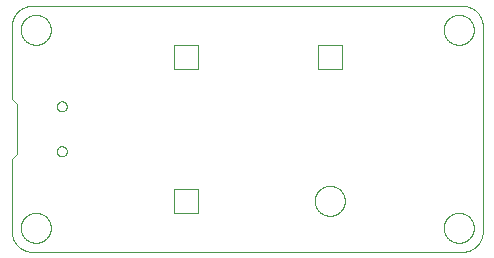
<source format=gm1>
G75*
%MOIN*%
%OFA0B0*%
%FSLAX25Y25*%
%IPPOS*%
%LPD*%
%AMOC8*
5,1,8,0,0,1.08239X$1,22.5*
%
%ADD10C,0.00000*%
D10*
X0013346Y0011228D02*
X0013346Y0035400D01*
X0015046Y0037100D01*
X0015046Y0053700D01*
X0013346Y0055400D01*
X0013346Y0079572D01*
X0013347Y0079572D02*
X0013349Y0079737D01*
X0013355Y0079902D01*
X0013365Y0080067D01*
X0013379Y0080231D01*
X0013397Y0080395D01*
X0013419Y0080559D01*
X0013444Y0080722D01*
X0013474Y0080884D01*
X0013508Y0081045D01*
X0013545Y0081206D01*
X0013587Y0081366D01*
X0013632Y0081524D01*
X0013681Y0081682D01*
X0013734Y0081838D01*
X0013791Y0081993D01*
X0013851Y0082147D01*
X0013915Y0082299D01*
X0013983Y0082449D01*
X0014054Y0082598D01*
X0014129Y0082745D01*
X0014208Y0082890D01*
X0014289Y0083034D01*
X0014375Y0083175D01*
X0014464Y0083314D01*
X0014556Y0083451D01*
X0014651Y0083585D01*
X0014750Y0083718D01*
X0014851Y0083848D01*
X0014956Y0083975D01*
X0015064Y0084100D01*
X0015175Y0084222D01*
X0015289Y0084341D01*
X0015406Y0084458D01*
X0015525Y0084572D01*
X0015647Y0084683D01*
X0015772Y0084791D01*
X0015899Y0084896D01*
X0016029Y0084997D01*
X0016162Y0085096D01*
X0016296Y0085191D01*
X0016433Y0085283D01*
X0016572Y0085372D01*
X0016713Y0085458D01*
X0016857Y0085539D01*
X0017002Y0085618D01*
X0017149Y0085693D01*
X0017298Y0085764D01*
X0017448Y0085832D01*
X0017600Y0085896D01*
X0017754Y0085956D01*
X0017909Y0086013D01*
X0018065Y0086066D01*
X0018223Y0086115D01*
X0018381Y0086160D01*
X0018541Y0086202D01*
X0018702Y0086239D01*
X0018863Y0086273D01*
X0019025Y0086303D01*
X0019188Y0086328D01*
X0019352Y0086350D01*
X0019516Y0086368D01*
X0019680Y0086382D01*
X0019845Y0086392D01*
X0020010Y0086398D01*
X0020175Y0086400D01*
X0163518Y0086400D01*
X0163683Y0086398D01*
X0163848Y0086392D01*
X0164013Y0086382D01*
X0164177Y0086368D01*
X0164341Y0086350D01*
X0164505Y0086328D01*
X0164668Y0086303D01*
X0164830Y0086273D01*
X0164991Y0086239D01*
X0165152Y0086202D01*
X0165312Y0086160D01*
X0165470Y0086115D01*
X0165628Y0086066D01*
X0165784Y0086013D01*
X0165939Y0085956D01*
X0166093Y0085896D01*
X0166245Y0085832D01*
X0166395Y0085764D01*
X0166544Y0085693D01*
X0166691Y0085618D01*
X0166836Y0085539D01*
X0166980Y0085458D01*
X0167121Y0085372D01*
X0167260Y0085283D01*
X0167397Y0085191D01*
X0167531Y0085096D01*
X0167664Y0084997D01*
X0167794Y0084896D01*
X0167921Y0084791D01*
X0168046Y0084683D01*
X0168168Y0084572D01*
X0168287Y0084458D01*
X0168404Y0084341D01*
X0168518Y0084222D01*
X0168629Y0084100D01*
X0168737Y0083975D01*
X0168842Y0083848D01*
X0168943Y0083718D01*
X0169042Y0083585D01*
X0169137Y0083451D01*
X0169229Y0083314D01*
X0169318Y0083175D01*
X0169404Y0083034D01*
X0169485Y0082890D01*
X0169564Y0082745D01*
X0169639Y0082598D01*
X0169710Y0082449D01*
X0169778Y0082299D01*
X0169842Y0082147D01*
X0169902Y0081993D01*
X0169959Y0081838D01*
X0170012Y0081682D01*
X0170061Y0081524D01*
X0170106Y0081366D01*
X0170148Y0081206D01*
X0170185Y0081045D01*
X0170219Y0080884D01*
X0170249Y0080722D01*
X0170274Y0080559D01*
X0170296Y0080395D01*
X0170314Y0080231D01*
X0170328Y0080067D01*
X0170338Y0079902D01*
X0170344Y0079737D01*
X0170346Y0079572D01*
X0170346Y0011228D01*
X0170344Y0011063D01*
X0170338Y0010898D01*
X0170328Y0010733D01*
X0170314Y0010569D01*
X0170296Y0010405D01*
X0170274Y0010241D01*
X0170249Y0010078D01*
X0170219Y0009916D01*
X0170185Y0009755D01*
X0170148Y0009594D01*
X0170106Y0009434D01*
X0170061Y0009276D01*
X0170012Y0009118D01*
X0169959Y0008962D01*
X0169902Y0008807D01*
X0169842Y0008653D01*
X0169778Y0008501D01*
X0169710Y0008351D01*
X0169639Y0008202D01*
X0169564Y0008055D01*
X0169485Y0007910D01*
X0169404Y0007766D01*
X0169318Y0007625D01*
X0169229Y0007486D01*
X0169137Y0007349D01*
X0169042Y0007215D01*
X0168943Y0007082D01*
X0168842Y0006952D01*
X0168737Y0006825D01*
X0168629Y0006700D01*
X0168518Y0006578D01*
X0168404Y0006459D01*
X0168287Y0006342D01*
X0168168Y0006228D01*
X0168046Y0006117D01*
X0167921Y0006009D01*
X0167794Y0005904D01*
X0167664Y0005803D01*
X0167531Y0005704D01*
X0167397Y0005609D01*
X0167260Y0005517D01*
X0167121Y0005428D01*
X0166980Y0005342D01*
X0166836Y0005261D01*
X0166691Y0005182D01*
X0166544Y0005107D01*
X0166395Y0005036D01*
X0166245Y0004968D01*
X0166093Y0004904D01*
X0165939Y0004844D01*
X0165784Y0004787D01*
X0165628Y0004734D01*
X0165470Y0004685D01*
X0165312Y0004640D01*
X0165152Y0004598D01*
X0164991Y0004561D01*
X0164830Y0004527D01*
X0164668Y0004497D01*
X0164505Y0004472D01*
X0164341Y0004450D01*
X0164177Y0004432D01*
X0164013Y0004418D01*
X0163848Y0004408D01*
X0163683Y0004402D01*
X0163518Y0004400D01*
X0020175Y0004400D01*
X0020010Y0004402D01*
X0019845Y0004408D01*
X0019680Y0004418D01*
X0019516Y0004432D01*
X0019352Y0004450D01*
X0019188Y0004472D01*
X0019025Y0004497D01*
X0018863Y0004527D01*
X0018702Y0004561D01*
X0018541Y0004598D01*
X0018381Y0004640D01*
X0018223Y0004685D01*
X0018065Y0004734D01*
X0017909Y0004787D01*
X0017754Y0004844D01*
X0017600Y0004904D01*
X0017448Y0004968D01*
X0017298Y0005036D01*
X0017149Y0005107D01*
X0017002Y0005182D01*
X0016857Y0005261D01*
X0016713Y0005342D01*
X0016572Y0005428D01*
X0016433Y0005517D01*
X0016296Y0005609D01*
X0016162Y0005704D01*
X0016029Y0005803D01*
X0015899Y0005904D01*
X0015772Y0006009D01*
X0015647Y0006117D01*
X0015525Y0006228D01*
X0015406Y0006342D01*
X0015289Y0006459D01*
X0015175Y0006578D01*
X0015064Y0006700D01*
X0014956Y0006825D01*
X0014851Y0006952D01*
X0014750Y0007082D01*
X0014651Y0007215D01*
X0014556Y0007349D01*
X0014464Y0007486D01*
X0014375Y0007625D01*
X0014289Y0007766D01*
X0014208Y0007910D01*
X0014129Y0008055D01*
X0014054Y0008202D01*
X0013983Y0008351D01*
X0013915Y0008501D01*
X0013851Y0008653D01*
X0013791Y0008807D01*
X0013734Y0008962D01*
X0013681Y0009118D01*
X0013632Y0009276D01*
X0013587Y0009434D01*
X0013545Y0009594D01*
X0013508Y0009755D01*
X0013474Y0009916D01*
X0013444Y0010078D01*
X0013419Y0010241D01*
X0013397Y0010405D01*
X0013379Y0010569D01*
X0013365Y0010733D01*
X0013355Y0010898D01*
X0013349Y0011063D01*
X0013347Y0011228D01*
X0016346Y0012400D02*
X0016348Y0012541D01*
X0016354Y0012682D01*
X0016364Y0012822D01*
X0016378Y0012962D01*
X0016396Y0013102D01*
X0016417Y0013241D01*
X0016443Y0013380D01*
X0016472Y0013518D01*
X0016506Y0013654D01*
X0016543Y0013790D01*
X0016584Y0013925D01*
X0016629Y0014059D01*
X0016678Y0014191D01*
X0016730Y0014322D01*
X0016786Y0014451D01*
X0016846Y0014578D01*
X0016909Y0014704D01*
X0016975Y0014828D01*
X0017046Y0014951D01*
X0017119Y0015071D01*
X0017196Y0015189D01*
X0017276Y0015305D01*
X0017360Y0015418D01*
X0017446Y0015529D01*
X0017536Y0015638D01*
X0017629Y0015744D01*
X0017724Y0015847D01*
X0017823Y0015948D01*
X0017924Y0016046D01*
X0018028Y0016141D01*
X0018135Y0016233D01*
X0018244Y0016322D01*
X0018356Y0016407D01*
X0018470Y0016490D01*
X0018586Y0016570D01*
X0018705Y0016646D01*
X0018826Y0016718D01*
X0018948Y0016788D01*
X0019073Y0016853D01*
X0019199Y0016916D01*
X0019327Y0016974D01*
X0019457Y0017029D01*
X0019588Y0017081D01*
X0019721Y0017128D01*
X0019855Y0017172D01*
X0019990Y0017213D01*
X0020126Y0017249D01*
X0020263Y0017281D01*
X0020401Y0017310D01*
X0020539Y0017335D01*
X0020679Y0017355D01*
X0020819Y0017372D01*
X0020959Y0017385D01*
X0021100Y0017394D01*
X0021240Y0017399D01*
X0021381Y0017400D01*
X0021522Y0017397D01*
X0021663Y0017390D01*
X0021803Y0017379D01*
X0021943Y0017364D01*
X0022083Y0017345D01*
X0022222Y0017323D01*
X0022360Y0017296D01*
X0022498Y0017266D01*
X0022634Y0017231D01*
X0022770Y0017193D01*
X0022904Y0017151D01*
X0023038Y0017105D01*
X0023170Y0017056D01*
X0023300Y0017002D01*
X0023429Y0016945D01*
X0023556Y0016885D01*
X0023682Y0016821D01*
X0023805Y0016753D01*
X0023927Y0016682D01*
X0024047Y0016608D01*
X0024164Y0016530D01*
X0024279Y0016449D01*
X0024392Y0016365D01*
X0024503Y0016278D01*
X0024611Y0016187D01*
X0024716Y0016094D01*
X0024819Y0015997D01*
X0024919Y0015898D01*
X0025016Y0015796D01*
X0025110Y0015691D01*
X0025201Y0015584D01*
X0025289Y0015474D01*
X0025374Y0015362D01*
X0025456Y0015247D01*
X0025535Y0015130D01*
X0025610Y0015011D01*
X0025682Y0014890D01*
X0025750Y0014767D01*
X0025815Y0014642D01*
X0025877Y0014515D01*
X0025934Y0014386D01*
X0025989Y0014256D01*
X0026039Y0014125D01*
X0026086Y0013992D01*
X0026129Y0013858D01*
X0026168Y0013722D01*
X0026203Y0013586D01*
X0026235Y0013449D01*
X0026262Y0013311D01*
X0026286Y0013172D01*
X0026306Y0013032D01*
X0026322Y0012892D01*
X0026334Y0012752D01*
X0026342Y0012611D01*
X0026346Y0012470D01*
X0026346Y0012330D01*
X0026342Y0012189D01*
X0026334Y0012048D01*
X0026322Y0011908D01*
X0026306Y0011768D01*
X0026286Y0011628D01*
X0026262Y0011489D01*
X0026235Y0011351D01*
X0026203Y0011214D01*
X0026168Y0011078D01*
X0026129Y0010942D01*
X0026086Y0010808D01*
X0026039Y0010675D01*
X0025989Y0010544D01*
X0025934Y0010414D01*
X0025877Y0010285D01*
X0025815Y0010158D01*
X0025750Y0010033D01*
X0025682Y0009910D01*
X0025610Y0009789D01*
X0025535Y0009670D01*
X0025456Y0009553D01*
X0025374Y0009438D01*
X0025289Y0009326D01*
X0025201Y0009216D01*
X0025110Y0009109D01*
X0025016Y0009004D01*
X0024919Y0008902D01*
X0024819Y0008803D01*
X0024716Y0008706D01*
X0024611Y0008613D01*
X0024503Y0008522D01*
X0024392Y0008435D01*
X0024279Y0008351D01*
X0024164Y0008270D01*
X0024047Y0008192D01*
X0023927Y0008118D01*
X0023805Y0008047D01*
X0023682Y0007979D01*
X0023556Y0007915D01*
X0023429Y0007855D01*
X0023300Y0007798D01*
X0023170Y0007744D01*
X0023038Y0007695D01*
X0022904Y0007649D01*
X0022770Y0007607D01*
X0022634Y0007569D01*
X0022498Y0007534D01*
X0022360Y0007504D01*
X0022222Y0007477D01*
X0022083Y0007455D01*
X0021943Y0007436D01*
X0021803Y0007421D01*
X0021663Y0007410D01*
X0021522Y0007403D01*
X0021381Y0007400D01*
X0021240Y0007401D01*
X0021100Y0007406D01*
X0020959Y0007415D01*
X0020819Y0007428D01*
X0020679Y0007445D01*
X0020539Y0007465D01*
X0020401Y0007490D01*
X0020263Y0007519D01*
X0020126Y0007551D01*
X0019990Y0007587D01*
X0019855Y0007628D01*
X0019721Y0007672D01*
X0019588Y0007719D01*
X0019457Y0007771D01*
X0019327Y0007826D01*
X0019199Y0007884D01*
X0019073Y0007947D01*
X0018948Y0008012D01*
X0018826Y0008082D01*
X0018705Y0008154D01*
X0018586Y0008230D01*
X0018470Y0008310D01*
X0018356Y0008393D01*
X0018244Y0008478D01*
X0018135Y0008567D01*
X0018028Y0008659D01*
X0017924Y0008754D01*
X0017823Y0008852D01*
X0017724Y0008953D01*
X0017629Y0009056D01*
X0017536Y0009162D01*
X0017446Y0009271D01*
X0017360Y0009382D01*
X0017276Y0009495D01*
X0017196Y0009611D01*
X0017119Y0009729D01*
X0017046Y0009849D01*
X0016975Y0009972D01*
X0016909Y0010096D01*
X0016846Y0010222D01*
X0016786Y0010349D01*
X0016730Y0010478D01*
X0016678Y0010609D01*
X0016629Y0010741D01*
X0016584Y0010875D01*
X0016543Y0011010D01*
X0016506Y0011146D01*
X0016472Y0011282D01*
X0016443Y0011420D01*
X0016417Y0011559D01*
X0016396Y0011698D01*
X0016378Y0011838D01*
X0016364Y0011978D01*
X0016354Y0012118D01*
X0016348Y0012259D01*
X0016346Y0012400D01*
X0028335Y0037920D02*
X0028337Y0038001D01*
X0028343Y0038083D01*
X0028353Y0038164D01*
X0028367Y0038244D01*
X0028384Y0038323D01*
X0028406Y0038402D01*
X0028431Y0038479D01*
X0028460Y0038556D01*
X0028493Y0038630D01*
X0028530Y0038703D01*
X0028569Y0038774D01*
X0028613Y0038843D01*
X0028659Y0038910D01*
X0028709Y0038974D01*
X0028762Y0039036D01*
X0028818Y0039096D01*
X0028876Y0039152D01*
X0028938Y0039206D01*
X0029002Y0039257D01*
X0029068Y0039304D01*
X0029136Y0039348D01*
X0029207Y0039389D01*
X0029279Y0039426D01*
X0029354Y0039460D01*
X0029429Y0039490D01*
X0029507Y0039516D01*
X0029585Y0039539D01*
X0029664Y0039557D01*
X0029744Y0039572D01*
X0029825Y0039583D01*
X0029906Y0039590D01*
X0029988Y0039593D01*
X0030069Y0039592D01*
X0030150Y0039587D01*
X0030231Y0039578D01*
X0030312Y0039565D01*
X0030392Y0039548D01*
X0030470Y0039528D01*
X0030548Y0039503D01*
X0030625Y0039475D01*
X0030700Y0039443D01*
X0030773Y0039408D01*
X0030844Y0039369D01*
X0030914Y0039326D01*
X0030981Y0039281D01*
X0031047Y0039232D01*
X0031109Y0039180D01*
X0031169Y0039124D01*
X0031226Y0039066D01*
X0031281Y0039006D01*
X0031332Y0038942D01*
X0031380Y0038877D01*
X0031425Y0038809D01*
X0031467Y0038739D01*
X0031505Y0038667D01*
X0031540Y0038593D01*
X0031571Y0038518D01*
X0031598Y0038441D01*
X0031621Y0038363D01*
X0031641Y0038284D01*
X0031657Y0038204D01*
X0031669Y0038123D01*
X0031677Y0038042D01*
X0031681Y0037961D01*
X0031681Y0037879D01*
X0031677Y0037798D01*
X0031669Y0037717D01*
X0031657Y0037636D01*
X0031641Y0037556D01*
X0031621Y0037477D01*
X0031598Y0037399D01*
X0031571Y0037322D01*
X0031540Y0037247D01*
X0031505Y0037173D01*
X0031467Y0037101D01*
X0031425Y0037031D01*
X0031380Y0036963D01*
X0031332Y0036898D01*
X0031281Y0036834D01*
X0031226Y0036774D01*
X0031169Y0036716D01*
X0031109Y0036660D01*
X0031047Y0036608D01*
X0030981Y0036559D01*
X0030914Y0036514D01*
X0030845Y0036471D01*
X0030773Y0036432D01*
X0030700Y0036397D01*
X0030625Y0036365D01*
X0030548Y0036337D01*
X0030470Y0036312D01*
X0030392Y0036292D01*
X0030312Y0036275D01*
X0030231Y0036262D01*
X0030150Y0036253D01*
X0030069Y0036248D01*
X0029988Y0036247D01*
X0029906Y0036250D01*
X0029825Y0036257D01*
X0029744Y0036268D01*
X0029664Y0036283D01*
X0029585Y0036301D01*
X0029507Y0036324D01*
X0029429Y0036350D01*
X0029354Y0036380D01*
X0029279Y0036414D01*
X0029207Y0036451D01*
X0029136Y0036492D01*
X0029068Y0036536D01*
X0029002Y0036583D01*
X0028938Y0036634D01*
X0028876Y0036688D01*
X0028818Y0036744D01*
X0028762Y0036804D01*
X0028709Y0036866D01*
X0028659Y0036930D01*
X0028613Y0036997D01*
X0028569Y0037066D01*
X0028530Y0037137D01*
X0028493Y0037210D01*
X0028460Y0037284D01*
X0028431Y0037361D01*
X0028406Y0037438D01*
X0028384Y0037517D01*
X0028367Y0037596D01*
X0028353Y0037676D01*
X0028343Y0037757D01*
X0028337Y0037839D01*
X0028335Y0037920D01*
X0028335Y0052880D02*
X0028337Y0052961D01*
X0028343Y0053043D01*
X0028353Y0053124D01*
X0028367Y0053204D01*
X0028384Y0053283D01*
X0028406Y0053362D01*
X0028431Y0053439D01*
X0028460Y0053516D01*
X0028493Y0053590D01*
X0028530Y0053663D01*
X0028569Y0053734D01*
X0028613Y0053803D01*
X0028659Y0053870D01*
X0028709Y0053934D01*
X0028762Y0053996D01*
X0028818Y0054056D01*
X0028876Y0054112D01*
X0028938Y0054166D01*
X0029002Y0054217D01*
X0029068Y0054264D01*
X0029136Y0054308D01*
X0029207Y0054349D01*
X0029279Y0054386D01*
X0029354Y0054420D01*
X0029429Y0054450D01*
X0029507Y0054476D01*
X0029585Y0054499D01*
X0029664Y0054517D01*
X0029744Y0054532D01*
X0029825Y0054543D01*
X0029906Y0054550D01*
X0029988Y0054553D01*
X0030069Y0054552D01*
X0030150Y0054547D01*
X0030231Y0054538D01*
X0030312Y0054525D01*
X0030392Y0054508D01*
X0030470Y0054488D01*
X0030548Y0054463D01*
X0030625Y0054435D01*
X0030700Y0054403D01*
X0030773Y0054368D01*
X0030844Y0054329D01*
X0030914Y0054286D01*
X0030981Y0054241D01*
X0031047Y0054192D01*
X0031109Y0054140D01*
X0031169Y0054084D01*
X0031226Y0054026D01*
X0031281Y0053966D01*
X0031332Y0053902D01*
X0031380Y0053837D01*
X0031425Y0053769D01*
X0031467Y0053699D01*
X0031505Y0053627D01*
X0031540Y0053553D01*
X0031571Y0053478D01*
X0031598Y0053401D01*
X0031621Y0053323D01*
X0031641Y0053244D01*
X0031657Y0053164D01*
X0031669Y0053083D01*
X0031677Y0053002D01*
X0031681Y0052921D01*
X0031681Y0052839D01*
X0031677Y0052758D01*
X0031669Y0052677D01*
X0031657Y0052596D01*
X0031641Y0052516D01*
X0031621Y0052437D01*
X0031598Y0052359D01*
X0031571Y0052282D01*
X0031540Y0052207D01*
X0031505Y0052133D01*
X0031467Y0052061D01*
X0031425Y0051991D01*
X0031380Y0051923D01*
X0031332Y0051858D01*
X0031281Y0051794D01*
X0031226Y0051734D01*
X0031169Y0051676D01*
X0031109Y0051620D01*
X0031047Y0051568D01*
X0030981Y0051519D01*
X0030914Y0051474D01*
X0030845Y0051431D01*
X0030773Y0051392D01*
X0030700Y0051357D01*
X0030625Y0051325D01*
X0030548Y0051297D01*
X0030470Y0051272D01*
X0030392Y0051252D01*
X0030312Y0051235D01*
X0030231Y0051222D01*
X0030150Y0051213D01*
X0030069Y0051208D01*
X0029988Y0051207D01*
X0029906Y0051210D01*
X0029825Y0051217D01*
X0029744Y0051228D01*
X0029664Y0051243D01*
X0029585Y0051261D01*
X0029507Y0051284D01*
X0029429Y0051310D01*
X0029354Y0051340D01*
X0029279Y0051374D01*
X0029207Y0051411D01*
X0029136Y0051452D01*
X0029068Y0051496D01*
X0029002Y0051543D01*
X0028938Y0051594D01*
X0028876Y0051648D01*
X0028818Y0051704D01*
X0028762Y0051764D01*
X0028709Y0051826D01*
X0028659Y0051890D01*
X0028613Y0051957D01*
X0028569Y0052026D01*
X0028530Y0052097D01*
X0028493Y0052170D01*
X0028460Y0052244D01*
X0028431Y0052321D01*
X0028406Y0052398D01*
X0028384Y0052477D01*
X0028367Y0052556D01*
X0028353Y0052636D01*
X0028343Y0052717D01*
X0028337Y0052799D01*
X0028335Y0052880D01*
X0067346Y0065400D02*
X0075346Y0065400D01*
X0075346Y0073400D01*
X0067346Y0073400D01*
X0067346Y0065400D01*
X0016346Y0078400D02*
X0016348Y0078541D01*
X0016354Y0078682D01*
X0016364Y0078822D01*
X0016378Y0078962D01*
X0016396Y0079102D01*
X0016417Y0079241D01*
X0016443Y0079380D01*
X0016472Y0079518D01*
X0016506Y0079654D01*
X0016543Y0079790D01*
X0016584Y0079925D01*
X0016629Y0080059D01*
X0016678Y0080191D01*
X0016730Y0080322D01*
X0016786Y0080451D01*
X0016846Y0080578D01*
X0016909Y0080704D01*
X0016975Y0080828D01*
X0017046Y0080951D01*
X0017119Y0081071D01*
X0017196Y0081189D01*
X0017276Y0081305D01*
X0017360Y0081418D01*
X0017446Y0081529D01*
X0017536Y0081638D01*
X0017629Y0081744D01*
X0017724Y0081847D01*
X0017823Y0081948D01*
X0017924Y0082046D01*
X0018028Y0082141D01*
X0018135Y0082233D01*
X0018244Y0082322D01*
X0018356Y0082407D01*
X0018470Y0082490D01*
X0018586Y0082570D01*
X0018705Y0082646D01*
X0018826Y0082718D01*
X0018948Y0082788D01*
X0019073Y0082853D01*
X0019199Y0082916D01*
X0019327Y0082974D01*
X0019457Y0083029D01*
X0019588Y0083081D01*
X0019721Y0083128D01*
X0019855Y0083172D01*
X0019990Y0083213D01*
X0020126Y0083249D01*
X0020263Y0083281D01*
X0020401Y0083310D01*
X0020539Y0083335D01*
X0020679Y0083355D01*
X0020819Y0083372D01*
X0020959Y0083385D01*
X0021100Y0083394D01*
X0021240Y0083399D01*
X0021381Y0083400D01*
X0021522Y0083397D01*
X0021663Y0083390D01*
X0021803Y0083379D01*
X0021943Y0083364D01*
X0022083Y0083345D01*
X0022222Y0083323D01*
X0022360Y0083296D01*
X0022498Y0083266D01*
X0022634Y0083231D01*
X0022770Y0083193D01*
X0022904Y0083151D01*
X0023038Y0083105D01*
X0023170Y0083056D01*
X0023300Y0083002D01*
X0023429Y0082945D01*
X0023556Y0082885D01*
X0023682Y0082821D01*
X0023805Y0082753D01*
X0023927Y0082682D01*
X0024047Y0082608D01*
X0024164Y0082530D01*
X0024279Y0082449D01*
X0024392Y0082365D01*
X0024503Y0082278D01*
X0024611Y0082187D01*
X0024716Y0082094D01*
X0024819Y0081997D01*
X0024919Y0081898D01*
X0025016Y0081796D01*
X0025110Y0081691D01*
X0025201Y0081584D01*
X0025289Y0081474D01*
X0025374Y0081362D01*
X0025456Y0081247D01*
X0025535Y0081130D01*
X0025610Y0081011D01*
X0025682Y0080890D01*
X0025750Y0080767D01*
X0025815Y0080642D01*
X0025877Y0080515D01*
X0025934Y0080386D01*
X0025989Y0080256D01*
X0026039Y0080125D01*
X0026086Y0079992D01*
X0026129Y0079858D01*
X0026168Y0079722D01*
X0026203Y0079586D01*
X0026235Y0079449D01*
X0026262Y0079311D01*
X0026286Y0079172D01*
X0026306Y0079032D01*
X0026322Y0078892D01*
X0026334Y0078752D01*
X0026342Y0078611D01*
X0026346Y0078470D01*
X0026346Y0078330D01*
X0026342Y0078189D01*
X0026334Y0078048D01*
X0026322Y0077908D01*
X0026306Y0077768D01*
X0026286Y0077628D01*
X0026262Y0077489D01*
X0026235Y0077351D01*
X0026203Y0077214D01*
X0026168Y0077078D01*
X0026129Y0076942D01*
X0026086Y0076808D01*
X0026039Y0076675D01*
X0025989Y0076544D01*
X0025934Y0076414D01*
X0025877Y0076285D01*
X0025815Y0076158D01*
X0025750Y0076033D01*
X0025682Y0075910D01*
X0025610Y0075789D01*
X0025535Y0075670D01*
X0025456Y0075553D01*
X0025374Y0075438D01*
X0025289Y0075326D01*
X0025201Y0075216D01*
X0025110Y0075109D01*
X0025016Y0075004D01*
X0024919Y0074902D01*
X0024819Y0074803D01*
X0024716Y0074706D01*
X0024611Y0074613D01*
X0024503Y0074522D01*
X0024392Y0074435D01*
X0024279Y0074351D01*
X0024164Y0074270D01*
X0024047Y0074192D01*
X0023927Y0074118D01*
X0023805Y0074047D01*
X0023682Y0073979D01*
X0023556Y0073915D01*
X0023429Y0073855D01*
X0023300Y0073798D01*
X0023170Y0073744D01*
X0023038Y0073695D01*
X0022904Y0073649D01*
X0022770Y0073607D01*
X0022634Y0073569D01*
X0022498Y0073534D01*
X0022360Y0073504D01*
X0022222Y0073477D01*
X0022083Y0073455D01*
X0021943Y0073436D01*
X0021803Y0073421D01*
X0021663Y0073410D01*
X0021522Y0073403D01*
X0021381Y0073400D01*
X0021240Y0073401D01*
X0021100Y0073406D01*
X0020959Y0073415D01*
X0020819Y0073428D01*
X0020679Y0073445D01*
X0020539Y0073465D01*
X0020401Y0073490D01*
X0020263Y0073519D01*
X0020126Y0073551D01*
X0019990Y0073587D01*
X0019855Y0073628D01*
X0019721Y0073672D01*
X0019588Y0073719D01*
X0019457Y0073771D01*
X0019327Y0073826D01*
X0019199Y0073884D01*
X0019073Y0073947D01*
X0018948Y0074012D01*
X0018826Y0074082D01*
X0018705Y0074154D01*
X0018586Y0074230D01*
X0018470Y0074310D01*
X0018356Y0074393D01*
X0018244Y0074478D01*
X0018135Y0074567D01*
X0018028Y0074659D01*
X0017924Y0074754D01*
X0017823Y0074852D01*
X0017724Y0074953D01*
X0017629Y0075056D01*
X0017536Y0075162D01*
X0017446Y0075271D01*
X0017360Y0075382D01*
X0017276Y0075495D01*
X0017196Y0075611D01*
X0017119Y0075729D01*
X0017046Y0075849D01*
X0016975Y0075972D01*
X0016909Y0076096D01*
X0016846Y0076222D01*
X0016786Y0076349D01*
X0016730Y0076478D01*
X0016678Y0076609D01*
X0016629Y0076741D01*
X0016584Y0076875D01*
X0016543Y0077010D01*
X0016506Y0077146D01*
X0016472Y0077282D01*
X0016443Y0077420D01*
X0016417Y0077559D01*
X0016396Y0077698D01*
X0016378Y0077838D01*
X0016364Y0077978D01*
X0016354Y0078118D01*
X0016348Y0078259D01*
X0016346Y0078400D01*
X0067346Y0025400D02*
X0075346Y0025400D01*
X0075346Y0017400D01*
X0067346Y0017400D01*
X0067346Y0025400D01*
X0114346Y0021400D02*
X0114348Y0021541D01*
X0114354Y0021682D01*
X0114364Y0021822D01*
X0114378Y0021962D01*
X0114396Y0022102D01*
X0114417Y0022241D01*
X0114443Y0022380D01*
X0114472Y0022518D01*
X0114506Y0022654D01*
X0114543Y0022790D01*
X0114584Y0022925D01*
X0114629Y0023059D01*
X0114678Y0023191D01*
X0114730Y0023322D01*
X0114786Y0023451D01*
X0114846Y0023578D01*
X0114909Y0023704D01*
X0114975Y0023828D01*
X0115046Y0023951D01*
X0115119Y0024071D01*
X0115196Y0024189D01*
X0115276Y0024305D01*
X0115360Y0024418D01*
X0115446Y0024529D01*
X0115536Y0024638D01*
X0115629Y0024744D01*
X0115724Y0024847D01*
X0115823Y0024948D01*
X0115924Y0025046D01*
X0116028Y0025141D01*
X0116135Y0025233D01*
X0116244Y0025322D01*
X0116356Y0025407D01*
X0116470Y0025490D01*
X0116586Y0025570D01*
X0116705Y0025646D01*
X0116826Y0025718D01*
X0116948Y0025788D01*
X0117073Y0025853D01*
X0117199Y0025916D01*
X0117327Y0025974D01*
X0117457Y0026029D01*
X0117588Y0026081D01*
X0117721Y0026128D01*
X0117855Y0026172D01*
X0117990Y0026213D01*
X0118126Y0026249D01*
X0118263Y0026281D01*
X0118401Y0026310D01*
X0118539Y0026335D01*
X0118679Y0026355D01*
X0118819Y0026372D01*
X0118959Y0026385D01*
X0119100Y0026394D01*
X0119240Y0026399D01*
X0119381Y0026400D01*
X0119522Y0026397D01*
X0119663Y0026390D01*
X0119803Y0026379D01*
X0119943Y0026364D01*
X0120083Y0026345D01*
X0120222Y0026323D01*
X0120360Y0026296D01*
X0120498Y0026266D01*
X0120634Y0026231D01*
X0120770Y0026193D01*
X0120904Y0026151D01*
X0121038Y0026105D01*
X0121170Y0026056D01*
X0121300Y0026002D01*
X0121429Y0025945D01*
X0121556Y0025885D01*
X0121682Y0025821D01*
X0121805Y0025753D01*
X0121927Y0025682D01*
X0122047Y0025608D01*
X0122164Y0025530D01*
X0122279Y0025449D01*
X0122392Y0025365D01*
X0122503Y0025278D01*
X0122611Y0025187D01*
X0122716Y0025094D01*
X0122819Y0024997D01*
X0122919Y0024898D01*
X0123016Y0024796D01*
X0123110Y0024691D01*
X0123201Y0024584D01*
X0123289Y0024474D01*
X0123374Y0024362D01*
X0123456Y0024247D01*
X0123535Y0024130D01*
X0123610Y0024011D01*
X0123682Y0023890D01*
X0123750Y0023767D01*
X0123815Y0023642D01*
X0123877Y0023515D01*
X0123934Y0023386D01*
X0123989Y0023256D01*
X0124039Y0023125D01*
X0124086Y0022992D01*
X0124129Y0022858D01*
X0124168Y0022722D01*
X0124203Y0022586D01*
X0124235Y0022449D01*
X0124262Y0022311D01*
X0124286Y0022172D01*
X0124306Y0022032D01*
X0124322Y0021892D01*
X0124334Y0021752D01*
X0124342Y0021611D01*
X0124346Y0021470D01*
X0124346Y0021330D01*
X0124342Y0021189D01*
X0124334Y0021048D01*
X0124322Y0020908D01*
X0124306Y0020768D01*
X0124286Y0020628D01*
X0124262Y0020489D01*
X0124235Y0020351D01*
X0124203Y0020214D01*
X0124168Y0020078D01*
X0124129Y0019942D01*
X0124086Y0019808D01*
X0124039Y0019675D01*
X0123989Y0019544D01*
X0123934Y0019414D01*
X0123877Y0019285D01*
X0123815Y0019158D01*
X0123750Y0019033D01*
X0123682Y0018910D01*
X0123610Y0018789D01*
X0123535Y0018670D01*
X0123456Y0018553D01*
X0123374Y0018438D01*
X0123289Y0018326D01*
X0123201Y0018216D01*
X0123110Y0018109D01*
X0123016Y0018004D01*
X0122919Y0017902D01*
X0122819Y0017803D01*
X0122716Y0017706D01*
X0122611Y0017613D01*
X0122503Y0017522D01*
X0122392Y0017435D01*
X0122279Y0017351D01*
X0122164Y0017270D01*
X0122047Y0017192D01*
X0121927Y0017118D01*
X0121805Y0017047D01*
X0121682Y0016979D01*
X0121556Y0016915D01*
X0121429Y0016855D01*
X0121300Y0016798D01*
X0121170Y0016744D01*
X0121038Y0016695D01*
X0120904Y0016649D01*
X0120770Y0016607D01*
X0120634Y0016569D01*
X0120498Y0016534D01*
X0120360Y0016504D01*
X0120222Y0016477D01*
X0120083Y0016455D01*
X0119943Y0016436D01*
X0119803Y0016421D01*
X0119663Y0016410D01*
X0119522Y0016403D01*
X0119381Y0016400D01*
X0119240Y0016401D01*
X0119100Y0016406D01*
X0118959Y0016415D01*
X0118819Y0016428D01*
X0118679Y0016445D01*
X0118539Y0016465D01*
X0118401Y0016490D01*
X0118263Y0016519D01*
X0118126Y0016551D01*
X0117990Y0016587D01*
X0117855Y0016628D01*
X0117721Y0016672D01*
X0117588Y0016719D01*
X0117457Y0016771D01*
X0117327Y0016826D01*
X0117199Y0016884D01*
X0117073Y0016947D01*
X0116948Y0017012D01*
X0116826Y0017082D01*
X0116705Y0017154D01*
X0116586Y0017230D01*
X0116470Y0017310D01*
X0116356Y0017393D01*
X0116244Y0017478D01*
X0116135Y0017567D01*
X0116028Y0017659D01*
X0115924Y0017754D01*
X0115823Y0017852D01*
X0115724Y0017953D01*
X0115629Y0018056D01*
X0115536Y0018162D01*
X0115446Y0018271D01*
X0115360Y0018382D01*
X0115276Y0018495D01*
X0115196Y0018611D01*
X0115119Y0018729D01*
X0115046Y0018849D01*
X0114975Y0018972D01*
X0114909Y0019096D01*
X0114846Y0019222D01*
X0114786Y0019349D01*
X0114730Y0019478D01*
X0114678Y0019609D01*
X0114629Y0019741D01*
X0114584Y0019875D01*
X0114543Y0020010D01*
X0114506Y0020146D01*
X0114472Y0020282D01*
X0114443Y0020420D01*
X0114417Y0020559D01*
X0114396Y0020698D01*
X0114378Y0020838D01*
X0114364Y0020978D01*
X0114354Y0021118D01*
X0114348Y0021259D01*
X0114346Y0021400D01*
X0157346Y0012400D02*
X0157348Y0012541D01*
X0157354Y0012682D01*
X0157364Y0012822D01*
X0157378Y0012962D01*
X0157396Y0013102D01*
X0157417Y0013241D01*
X0157443Y0013380D01*
X0157472Y0013518D01*
X0157506Y0013654D01*
X0157543Y0013790D01*
X0157584Y0013925D01*
X0157629Y0014059D01*
X0157678Y0014191D01*
X0157730Y0014322D01*
X0157786Y0014451D01*
X0157846Y0014578D01*
X0157909Y0014704D01*
X0157975Y0014828D01*
X0158046Y0014951D01*
X0158119Y0015071D01*
X0158196Y0015189D01*
X0158276Y0015305D01*
X0158360Y0015418D01*
X0158446Y0015529D01*
X0158536Y0015638D01*
X0158629Y0015744D01*
X0158724Y0015847D01*
X0158823Y0015948D01*
X0158924Y0016046D01*
X0159028Y0016141D01*
X0159135Y0016233D01*
X0159244Y0016322D01*
X0159356Y0016407D01*
X0159470Y0016490D01*
X0159586Y0016570D01*
X0159705Y0016646D01*
X0159826Y0016718D01*
X0159948Y0016788D01*
X0160073Y0016853D01*
X0160199Y0016916D01*
X0160327Y0016974D01*
X0160457Y0017029D01*
X0160588Y0017081D01*
X0160721Y0017128D01*
X0160855Y0017172D01*
X0160990Y0017213D01*
X0161126Y0017249D01*
X0161263Y0017281D01*
X0161401Y0017310D01*
X0161539Y0017335D01*
X0161679Y0017355D01*
X0161819Y0017372D01*
X0161959Y0017385D01*
X0162100Y0017394D01*
X0162240Y0017399D01*
X0162381Y0017400D01*
X0162522Y0017397D01*
X0162663Y0017390D01*
X0162803Y0017379D01*
X0162943Y0017364D01*
X0163083Y0017345D01*
X0163222Y0017323D01*
X0163360Y0017296D01*
X0163498Y0017266D01*
X0163634Y0017231D01*
X0163770Y0017193D01*
X0163904Y0017151D01*
X0164038Y0017105D01*
X0164170Y0017056D01*
X0164300Y0017002D01*
X0164429Y0016945D01*
X0164556Y0016885D01*
X0164682Y0016821D01*
X0164805Y0016753D01*
X0164927Y0016682D01*
X0165047Y0016608D01*
X0165164Y0016530D01*
X0165279Y0016449D01*
X0165392Y0016365D01*
X0165503Y0016278D01*
X0165611Y0016187D01*
X0165716Y0016094D01*
X0165819Y0015997D01*
X0165919Y0015898D01*
X0166016Y0015796D01*
X0166110Y0015691D01*
X0166201Y0015584D01*
X0166289Y0015474D01*
X0166374Y0015362D01*
X0166456Y0015247D01*
X0166535Y0015130D01*
X0166610Y0015011D01*
X0166682Y0014890D01*
X0166750Y0014767D01*
X0166815Y0014642D01*
X0166877Y0014515D01*
X0166934Y0014386D01*
X0166989Y0014256D01*
X0167039Y0014125D01*
X0167086Y0013992D01*
X0167129Y0013858D01*
X0167168Y0013722D01*
X0167203Y0013586D01*
X0167235Y0013449D01*
X0167262Y0013311D01*
X0167286Y0013172D01*
X0167306Y0013032D01*
X0167322Y0012892D01*
X0167334Y0012752D01*
X0167342Y0012611D01*
X0167346Y0012470D01*
X0167346Y0012330D01*
X0167342Y0012189D01*
X0167334Y0012048D01*
X0167322Y0011908D01*
X0167306Y0011768D01*
X0167286Y0011628D01*
X0167262Y0011489D01*
X0167235Y0011351D01*
X0167203Y0011214D01*
X0167168Y0011078D01*
X0167129Y0010942D01*
X0167086Y0010808D01*
X0167039Y0010675D01*
X0166989Y0010544D01*
X0166934Y0010414D01*
X0166877Y0010285D01*
X0166815Y0010158D01*
X0166750Y0010033D01*
X0166682Y0009910D01*
X0166610Y0009789D01*
X0166535Y0009670D01*
X0166456Y0009553D01*
X0166374Y0009438D01*
X0166289Y0009326D01*
X0166201Y0009216D01*
X0166110Y0009109D01*
X0166016Y0009004D01*
X0165919Y0008902D01*
X0165819Y0008803D01*
X0165716Y0008706D01*
X0165611Y0008613D01*
X0165503Y0008522D01*
X0165392Y0008435D01*
X0165279Y0008351D01*
X0165164Y0008270D01*
X0165047Y0008192D01*
X0164927Y0008118D01*
X0164805Y0008047D01*
X0164682Y0007979D01*
X0164556Y0007915D01*
X0164429Y0007855D01*
X0164300Y0007798D01*
X0164170Y0007744D01*
X0164038Y0007695D01*
X0163904Y0007649D01*
X0163770Y0007607D01*
X0163634Y0007569D01*
X0163498Y0007534D01*
X0163360Y0007504D01*
X0163222Y0007477D01*
X0163083Y0007455D01*
X0162943Y0007436D01*
X0162803Y0007421D01*
X0162663Y0007410D01*
X0162522Y0007403D01*
X0162381Y0007400D01*
X0162240Y0007401D01*
X0162100Y0007406D01*
X0161959Y0007415D01*
X0161819Y0007428D01*
X0161679Y0007445D01*
X0161539Y0007465D01*
X0161401Y0007490D01*
X0161263Y0007519D01*
X0161126Y0007551D01*
X0160990Y0007587D01*
X0160855Y0007628D01*
X0160721Y0007672D01*
X0160588Y0007719D01*
X0160457Y0007771D01*
X0160327Y0007826D01*
X0160199Y0007884D01*
X0160073Y0007947D01*
X0159948Y0008012D01*
X0159826Y0008082D01*
X0159705Y0008154D01*
X0159586Y0008230D01*
X0159470Y0008310D01*
X0159356Y0008393D01*
X0159244Y0008478D01*
X0159135Y0008567D01*
X0159028Y0008659D01*
X0158924Y0008754D01*
X0158823Y0008852D01*
X0158724Y0008953D01*
X0158629Y0009056D01*
X0158536Y0009162D01*
X0158446Y0009271D01*
X0158360Y0009382D01*
X0158276Y0009495D01*
X0158196Y0009611D01*
X0158119Y0009729D01*
X0158046Y0009849D01*
X0157975Y0009972D01*
X0157909Y0010096D01*
X0157846Y0010222D01*
X0157786Y0010349D01*
X0157730Y0010478D01*
X0157678Y0010609D01*
X0157629Y0010741D01*
X0157584Y0010875D01*
X0157543Y0011010D01*
X0157506Y0011146D01*
X0157472Y0011282D01*
X0157443Y0011420D01*
X0157417Y0011559D01*
X0157396Y0011698D01*
X0157378Y0011838D01*
X0157364Y0011978D01*
X0157354Y0012118D01*
X0157348Y0012259D01*
X0157346Y0012400D01*
X0123346Y0065400D02*
X0115346Y0065400D01*
X0115346Y0073400D01*
X0123346Y0073400D01*
X0123346Y0065400D01*
X0157346Y0078400D02*
X0157348Y0078541D01*
X0157354Y0078682D01*
X0157364Y0078822D01*
X0157378Y0078962D01*
X0157396Y0079102D01*
X0157417Y0079241D01*
X0157443Y0079380D01*
X0157472Y0079518D01*
X0157506Y0079654D01*
X0157543Y0079790D01*
X0157584Y0079925D01*
X0157629Y0080059D01*
X0157678Y0080191D01*
X0157730Y0080322D01*
X0157786Y0080451D01*
X0157846Y0080578D01*
X0157909Y0080704D01*
X0157975Y0080828D01*
X0158046Y0080951D01*
X0158119Y0081071D01*
X0158196Y0081189D01*
X0158276Y0081305D01*
X0158360Y0081418D01*
X0158446Y0081529D01*
X0158536Y0081638D01*
X0158629Y0081744D01*
X0158724Y0081847D01*
X0158823Y0081948D01*
X0158924Y0082046D01*
X0159028Y0082141D01*
X0159135Y0082233D01*
X0159244Y0082322D01*
X0159356Y0082407D01*
X0159470Y0082490D01*
X0159586Y0082570D01*
X0159705Y0082646D01*
X0159826Y0082718D01*
X0159948Y0082788D01*
X0160073Y0082853D01*
X0160199Y0082916D01*
X0160327Y0082974D01*
X0160457Y0083029D01*
X0160588Y0083081D01*
X0160721Y0083128D01*
X0160855Y0083172D01*
X0160990Y0083213D01*
X0161126Y0083249D01*
X0161263Y0083281D01*
X0161401Y0083310D01*
X0161539Y0083335D01*
X0161679Y0083355D01*
X0161819Y0083372D01*
X0161959Y0083385D01*
X0162100Y0083394D01*
X0162240Y0083399D01*
X0162381Y0083400D01*
X0162522Y0083397D01*
X0162663Y0083390D01*
X0162803Y0083379D01*
X0162943Y0083364D01*
X0163083Y0083345D01*
X0163222Y0083323D01*
X0163360Y0083296D01*
X0163498Y0083266D01*
X0163634Y0083231D01*
X0163770Y0083193D01*
X0163904Y0083151D01*
X0164038Y0083105D01*
X0164170Y0083056D01*
X0164300Y0083002D01*
X0164429Y0082945D01*
X0164556Y0082885D01*
X0164682Y0082821D01*
X0164805Y0082753D01*
X0164927Y0082682D01*
X0165047Y0082608D01*
X0165164Y0082530D01*
X0165279Y0082449D01*
X0165392Y0082365D01*
X0165503Y0082278D01*
X0165611Y0082187D01*
X0165716Y0082094D01*
X0165819Y0081997D01*
X0165919Y0081898D01*
X0166016Y0081796D01*
X0166110Y0081691D01*
X0166201Y0081584D01*
X0166289Y0081474D01*
X0166374Y0081362D01*
X0166456Y0081247D01*
X0166535Y0081130D01*
X0166610Y0081011D01*
X0166682Y0080890D01*
X0166750Y0080767D01*
X0166815Y0080642D01*
X0166877Y0080515D01*
X0166934Y0080386D01*
X0166989Y0080256D01*
X0167039Y0080125D01*
X0167086Y0079992D01*
X0167129Y0079858D01*
X0167168Y0079722D01*
X0167203Y0079586D01*
X0167235Y0079449D01*
X0167262Y0079311D01*
X0167286Y0079172D01*
X0167306Y0079032D01*
X0167322Y0078892D01*
X0167334Y0078752D01*
X0167342Y0078611D01*
X0167346Y0078470D01*
X0167346Y0078330D01*
X0167342Y0078189D01*
X0167334Y0078048D01*
X0167322Y0077908D01*
X0167306Y0077768D01*
X0167286Y0077628D01*
X0167262Y0077489D01*
X0167235Y0077351D01*
X0167203Y0077214D01*
X0167168Y0077078D01*
X0167129Y0076942D01*
X0167086Y0076808D01*
X0167039Y0076675D01*
X0166989Y0076544D01*
X0166934Y0076414D01*
X0166877Y0076285D01*
X0166815Y0076158D01*
X0166750Y0076033D01*
X0166682Y0075910D01*
X0166610Y0075789D01*
X0166535Y0075670D01*
X0166456Y0075553D01*
X0166374Y0075438D01*
X0166289Y0075326D01*
X0166201Y0075216D01*
X0166110Y0075109D01*
X0166016Y0075004D01*
X0165919Y0074902D01*
X0165819Y0074803D01*
X0165716Y0074706D01*
X0165611Y0074613D01*
X0165503Y0074522D01*
X0165392Y0074435D01*
X0165279Y0074351D01*
X0165164Y0074270D01*
X0165047Y0074192D01*
X0164927Y0074118D01*
X0164805Y0074047D01*
X0164682Y0073979D01*
X0164556Y0073915D01*
X0164429Y0073855D01*
X0164300Y0073798D01*
X0164170Y0073744D01*
X0164038Y0073695D01*
X0163904Y0073649D01*
X0163770Y0073607D01*
X0163634Y0073569D01*
X0163498Y0073534D01*
X0163360Y0073504D01*
X0163222Y0073477D01*
X0163083Y0073455D01*
X0162943Y0073436D01*
X0162803Y0073421D01*
X0162663Y0073410D01*
X0162522Y0073403D01*
X0162381Y0073400D01*
X0162240Y0073401D01*
X0162100Y0073406D01*
X0161959Y0073415D01*
X0161819Y0073428D01*
X0161679Y0073445D01*
X0161539Y0073465D01*
X0161401Y0073490D01*
X0161263Y0073519D01*
X0161126Y0073551D01*
X0160990Y0073587D01*
X0160855Y0073628D01*
X0160721Y0073672D01*
X0160588Y0073719D01*
X0160457Y0073771D01*
X0160327Y0073826D01*
X0160199Y0073884D01*
X0160073Y0073947D01*
X0159948Y0074012D01*
X0159826Y0074082D01*
X0159705Y0074154D01*
X0159586Y0074230D01*
X0159470Y0074310D01*
X0159356Y0074393D01*
X0159244Y0074478D01*
X0159135Y0074567D01*
X0159028Y0074659D01*
X0158924Y0074754D01*
X0158823Y0074852D01*
X0158724Y0074953D01*
X0158629Y0075056D01*
X0158536Y0075162D01*
X0158446Y0075271D01*
X0158360Y0075382D01*
X0158276Y0075495D01*
X0158196Y0075611D01*
X0158119Y0075729D01*
X0158046Y0075849D01*
X0157975Y0075972D01*
X0157909Y0076096D01*
X0157846Y0076222D01*
X0157786Y0076349D01*
X0157730Y0076478D01*
X0157678Y0076609D01*
X0157629Y0076741D01*
X0157584Y0076875D01*
X0157543Y0077010D01*
X0157506Y0077146D01*
X0157472Y0077282D01*
X0157443Y0077420D01*
X0157417Y0077559D01*
X0157396Y0077698D01*
X0157378Y0077838D01*
X0157364Y0077978D01*
X0157354Y0078118D01*
X0157348Y0078259D01*
X0157346Y0078400D01*
M02*

</source>
